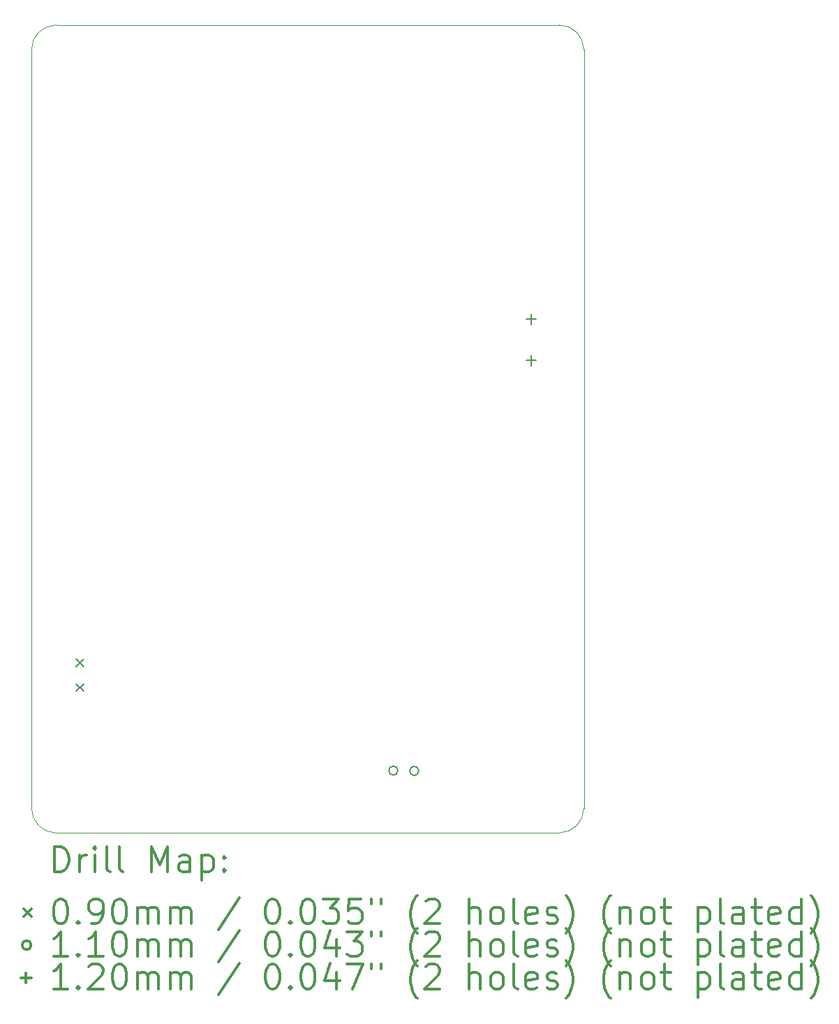
<source format=gbr>
%FSLAX45Y45*%
G04 Gerber Fmt 4.5, Leading zero omitted, Abs format (unit mm)*
G04 Created by KiCad (PCBNEW (5.1.9)-1) date 2021-01-16 15:24:34*
%MOMM*%
%LPD*%
G01*
G04 APERTURE LIST*
%TA.AperFunction,Profile*%
%ADD10C,0.100000*%
%TD*%
%ADD11C,0.200000*%
%ADD12C,0.300000*%
G04 APERTURE END LIST*
D10*
X6400000Y0D02*
G75*
G02*
X6700000Y-300000I0J-300000D01*
G01*
X300000Y-9800000D02*
G75*
G02*
X0Y-9500000I0J300000D01*
G01*
X300000Y-9800000D02*
X6400000Y-9800000D01*
X6700000Y-9500000D02*
X6700000Y-300000D01*
X6400000Y0D02*
X300000Y0D01*
X0Y-300000D02*
G75*
G02*
X300000Y0I300000J0D01*
G01*
X0Y-300000D02*
X0Y-9500000D01*
X6700000Y-9500000D02*
G75*
G02*
X6400000Y-9800000I-300000J0D01*
G01*
D11*
X540490Y-7693224D02*
X630490Y-7783224D01*
X630490Y-7693224D02*
X540490Y-7783224D01*
X540490Y-7993224D02*
X630490Y-8083224D01*
X630490Y-7993224D02*
X540490Y-8083224D01*
X4443000Y-9044000D02*
G75*
G03*
X4443000Y-9044000I-55000J0D01*
G01*
X4697000Y-9047700D02*
G75*
G03*
X4697000Y-9047700I-55000J0D01*
G01*
X6060000Y-3510000D02*
X6060000Y-3630000D01*
X6000000Y-3570000D02*
X6120000Y-3570000D01*
X6060000Y-4010000D02*
X6060000Y-4130000D01*
X6000000Y-4070000D02*
X6120000Y-4070000D01*
D12*
X281428Y-10270714D02*
X281428Y-9970714D01*
X352857Y-9970714D01*
X395714Y-9985000D01*
X424286Y-10013572D01*
X438571Y-10042143D01*
X452857Y-10099286D01*
X452857Y-10142143D01*
X438571Y-10199286D01*
X424286Y-10227857D01*
X395714Y-10256429D01*
X352857Y-10270714D01*
X281428Y-10270714D01*
X581428Y-10270714D02*
X581428Y-10070714D01*
X581428Y-10127857D02*
X595714Y-10099286D01*
X610000Y-10085000D01*
X638571Y-10070714D01*
X667143Y-10070714D01*
X767143Y-10270714D02*
X767143Y-10070714D01*
X767143Y-9970714D02*
X752857Y-9985000D01*
X767143Y-9999286D01*
X781428Y-9985000D01*
X767143Y-9970714D01*
X767143Y-9999286D01*
X952857Y-10270714D02*
X924286Y-10256429D01*
X910000Y-10227857D01*
X910000Y-9970714D01*
X1110000Y-10270714D02*
X1081428Y-10256429D01*
X1067143Y-10227857D01*
X1067143Y-9970714D01*
X1452857Y-10270714D02*
X1452857Y-9970714D01*
X1552857Y-10185000D01*
X1652857Y-9970714D01*
X1652857Y-10270714D01*
X1924286Y-10270714D02*
X1924286Y-10113572D01*
X1910000Y-10085000D01*
X1881428Y-10070714D01*
X1824286Y-10070714D01*
X1795714Y-10085000D01*
X1924286Y-10256429D02*
X1895714Y-10270714D01*
X1824286Y-10270714D01*
X1795714Y-10256429D01*
X1781428Y-10227857D01*
X1781428Y-10199286D01*
X1795714Y-10170714D01*
X1824286Y-10156429D01*
X1895714Y-10156429D01*
X1924286Y-10142143D01*
X2067143Y-10070714D02*
X2067143Y-10370714D01*
X2067143Y-10085000D02*
X2095714Y-10070714D01*
X2152857Y-10070714D01*
X2181428Y-10085000D01*
X2195714Y-10099286D01*
X2210000Y-10127857D01*
X2210000Y-10213572D01*
X2195714Y-10242143D01*
X2181428Y-10256429D01*
X2152857Y-10270714D01*
X2095714Y-10270714D01*
X2067143Y-10256429D01*
X2338571Y-10242143D02*
X2352857Y-10256429D01*
X2338571Y-10270714D01*
X2324286Y-10256429D01*
X2338571Y-10242143D01*
X2338571Y-10270714D01*
X2338571Y-10085000D02*
X2352857Y-10099286D01*
X2338571Y-10113572D01*
X2324286Y-10099286D01*
X2338571Y-10085000D01*
X2338571Y-10113572D01*
X-95000Y-10720000D02*
X-5000Y-10810000D01*
X-5000Y-10720000D02*
X-95000Y-10810000D01*
X338571Y-10600714D02*
X367143Y-10600714D01*
X395714Y-10615000D01*
X410000Y-10629286D01*
X424286Y-10657857D01*
X438571Y-10715000D01*
X438571Y-10786429D01*
X424286Y-10843572D01*
X410000Y-10872143D01*
X395714Y-10886429D01*
X367143Y-10900714D01*
X338571Y-10900714D01*
X310000Y-10886429D01*
X295714Y-10872143D01*
X281428Y-10843572D01*
X267143Y-10786429D01*
X267143Y-10715000D01*
X281428Y-10657857D01*
X295714Y-10629286D01*
X310000Y-10615000D01*
X338571Y-10600714D01*
X567143Y-10872143D02*
X581428Y-10886429D01*
X567143Y-10900714D01*
X552857Y-10886429D01*
X567143Y-10872143D01*
X567143Y-10900714D01*
X724286Y-10900714D02*
X781428Y-10900714D01*
X810000Y-10886429D01*
X824286Y-10872143D01*
X852857Y-10829286D01*
X867143Y-10772143D01*
X867143Y-10657857D01*
X852857Y-10629286D01*
X838571Y-10615000D01*
X810000Y-10600714D01*
X752857Y-10600714D01*
X724286Y-10615000D01*
X710000Y-10629286D01*
X695714Y-10657857D01*
X695714Y-10729286D01*
X710000Y-10757857D01*
X724286Y-10772143D01*
X752857Y-10786429D01*
X810000Y-10786429D01*
X838571Y-10772143D01*
X852857Y-10757857D01*
X867143Y-10729286D01*
X1052857Y-10600714D02*
X1081428Y-10600714D01*
X1110000Y-10615000D01*
X1124286Y-10629286D01*
X1138571Y-10657857D01*
X1152857Y-10715000D01*
X1152857Y-10786429D01*
X1138571Y-10843572D01*
X1124286Y-10872143D01*
X1110000Y-10886429D01*
X1081428Y-10900714D01*
X1052857Y-10900714D01*
X1024286Y-10886429D01*
X1010000Y-10872143D01*
X995714Y-10843572D01*
X981428Y-10786429D01*
X981428Y-10715000D01*
X995714Y-10657857D01*
X1010000Y-10629286D01*
X1024286Y-10615000D01*
X1052857Y-10600714D01*
X1281428Y-10900714D02*
X1281428Y-10700714D01*
X1281428Y-10729286D02*
X1295714Y-10715000D01*
X1324286Y-10700714D01*
X1367143Y-10700714D01*
X1395714Y-10715000D01*
X1410000Y-10743572D01*
X1410000Y-10900714D01*
X1410000Y-10743572D02*
X1424286Y-10715000D01*
X1452857Y-10700714D01*
X1495714Y-10700714D01*
X1524286Y-10715000D01*
X1538571Y-10743572D01*
X1538571Y-10900714D01*
X1681428Y-10900714D02*
X1681428Y-10700714D01*
X1681428Y-10729286D02*
X1695714Y-10715000D01*
X1724286Y-10700714D01*
X1767143Y-10700714D01*
X1795714Y-10715000D01*
X1810000Y-10743572D01*
X1810000Y-10900714D01*
X1810000Y-10743572D02*
X1824286Y-10715000D01*
X1852857Y-10700714D01*
X1895714Y-10700714D01*
X1924286Y-10715000D01*
X1938571Y-10743572D01*
X1938571Y-10900714D01*
X2524286Y-10586429D02*
X2267143Y-10972143D01*
X2910000Y-10600714D02*
X2938571Y-10600714D01*
X2967143Y-10615000D01*
X2981428Y-10629286D01*
X2995714Y-10657857D01*
X3010000Y-10715000D01*
X3010000Y-10786429D01*
X2995714Y-10843572D01*
X2981428Y-10872143D01*
X2967143Y-10886429D01*
X2938571Y-10900714D01*
X2910000Y-10900714D01*
X2881428Y-10886429D01*
X2867143Y-10872143D01*
X2852857Y-10843572D01*
X2838571Y-10786429D01*
X2838571Y-10715000D01*
X2852857Y-10657857D01*
X2867143Y-10629286D01*
X2881428Y-10615000D01*
X2910000Y-10600714D01*
X3138571Y-10872143D02*
X3152857Y-10886429D01*
X3138571Y-10900714D01*
X3124286Y-10886429D01*
X3138571Y-10872143D01*
X3138571Y-10900714D01*
X3338571Y-10600714D02*
X3367143Y-10600714D01*
X3395714Y-10615000D01*
X3410000Y-10629286D01*
X3424286Y-10657857D01*
X3438571Y-10715000D01*
X3438571Y-10786429D01*
X3424286Y-10843572D01*
X3410000Y-10872143D01*
X3395714Y-10886429D01*
X3367143Y-10900714D01*
X3338571Y-10900714D01*
X3310000Y-10886429D01*
X3295714Y-10872143D01*
X3281428Y-10843572D01*
X3267143Y-10786429D01*
X3267143Y-10715000D01*
X3281428Y-10657857D01*
X3295714Y-10629286D01*
X3310000Y-10615000D01*
X3338571Y-10600714D01*
X3538571Y-10600714D02*
X3724286Y-10600714D01*
X3624286Y-10715000D01*
X3667143Y-10715000D01*
X3695714Y-10729286D01*
X3710000Y-10743572D01*
X3724286Y-10772143D01*
X3724286Y-10843572D01*
X3710000Y-10872143D01*
X3695714Y-10886429D01*
X3667143Y-10900714D01*
X3581428Y-10900714D01*
X3552857Y-10886429D01*
X3538571Y-10872143D01*
X3995714Y-10600714D02*
X3852857Y-10600714D01*
X3838571Y-10743572D01*
X3852857Y-10729286D01*
X3881428Y-10715000D01*
X3952857Y-10715000D01*
X3981428Y-10729286D01*
X3995714Y-10743572D01*
X4010000Y-10772143D01*
X4010000Y-10843572D01*
X3995714Y-10872143D01*
X3981428Y-10886429D01*
X3952857Y-10900714D01*
X3881428Y-10900714D01*
X3852857Y-10886429D01*
X3838571Y-10872143D01*
X4124286Y-10600714D02*
X4124286Y-10657857D01*
X4238571Y-10600714D02*
X4238571Y-10657857D01*
X4681428Y-11015000D02*
X4667143Y-11000714D01*
X4638571Y-10957857D01*
X4624286Y-10929286D01*
X4610000Y-10886429D01*
X4595714Y-10815000D01*
X4595714Y-10757857D01*
X4610000Y-10686429D01*
X4624286Y-10643572D01*
X4638571Y-10615000D01*
X4667143Y-10572143D01*
X4681428Y-10557857D01*
X4781428Y-10629286D02*
X4795714Y-10615000D01*
X4824286Y-10600714D01*
X4895714Y-10600714D01*
X4924286Y-10615000D01*
X4938571Y-10629286D01*
X4952857Y-10657857D01*
X4952857Y-10686429D01*
X4938571Y-10729286D01*
X4767143Y-10900714D01*
X4952857Y-10900714D01*
X5310000Y-10900714D02*
X5310000Y-10600714D01*
X5438571Y-10900714D02*
X5438571Y-10743572D01*
X5424286Y-10715000D01*
X5395714Y-10700714D01*
X5352857Y-10700714D01*
X5324286Y-10715000D01*
X5310000Y-10729286D01*
X5624286Y-10900714D02*
X5595714Y-10886429D01*
X5581428Y-10872143D01*
X5567143Y-10843572D01*
X5567143Y-10757857D01*
X5581428Y-10729286D01*
X5595714Y-10715000D01*
X5624286Y-10700714D01*
X5667143Y-10700714D01*
X5695714Y-10715000D01*
X5710000Y-10729286D01*
X5724286Y-10757857D01*
X5724286Y-10843572D01*
X5710000Y-10872143D01*
X5695714Y-10886429D01*
X5667143Y-10900714D01*
X5624286Y-10900714D01*
X5895714Y-10900714D02*
X5867143Y-10886429D01*
X5852857Y-10857857D01*
X5852857Y-10600714D01*
X6124286Y-10886429D02*
X6095714Y-10900714D01*
X6038571Y-10900714D01*
X6010000Y-10886429D01*
X5995714Y-10857857D01*
X5995714Y-10743572D01*
X6010000Y-10715000D01*
X6038571Y-10700714D01*
X6095714Y-10700714D01*
X6124286Y-10715000D01*
X6138571Y-10743572D01*
X6138571Y-10772143D01*
X5995714Y-10800714D01*
X6252857Y-10886429D02*
X6281428Y-10900714D01*
X6338571Y-10900714D01*
X6367143Y-10886429D01*
X6381428Y-10857857D01*
X6381428Y-10843572D01*
X6367143Y-10815000D01*
X6338571Y-10800714D01*
X6295714Y-10800714D01*
X6267143Y-10786429D01*
X6252857Y-10757857D01*
X6252857Y-10743572D01*
X6267143Y-10715000D01*
X6295714Y-10700714D01*
X6338571Y-10700714D01*
X6367143Y-10715000D01*
X6481428Y-11015000D02*
X6495714Y-11000714D01*
X6524286Y-10957857D01*
X6538571Y-10929286D01*
X6552857Y-10886429D01*
X6567143Y-10815000D01*
X6567143Y-10757857D01*
X6552857Y-10686429D01*
X6538571Y-10643572D01*
X6524286Y-10615000D01*
X6495714Y-10572143D01*
X6481428Y-10557857D01*
X7024286Y-11015000D02*
X7010000Y-11000714D01*
X6981428Y-10957857D01*
X6967143Y-10929286D01*
X6952857Y-10886429D01*
X6938571Y-10815000D01*
X6938571Y-10757857D01*
X6952857Y-10686429D01*
X6967143Y-10643572D01*
X6981428Y-10615000D01*
X7010000Y-10572143D01*
X7024286Y-10557857D01*
X7138571Y-10700714D02*
X7138571Y-10900714D01*
X7138571Y-10729286D02*
X7152857Y-10715000D01*
X7181428Y-10700714D01*
X7224286Y-10700714D01*
X7252857Y-10715000D01*
X7267143Y-10743572D01*
X7267143Y-10900714D01*
X7452857Y-10900714D02*
X7424286Y-10886429D01*
X7410000Y-10872143D01*
X7395714Y-10843572D01*
X7395714Y-10757857D01*
X7410000Y-10729286D01*
X7424286Y-10715000D01*
X7452857Y-10700714D01*
X7495714Y-10700714D01*
X7524286Y-10715000D01*
X7538571Y-10729286D01*
X7552857Y-10757857D01*
X7552857Y-10843572D01*
X7538571Y-10872143D01*
X7524286Y-10886429D01*
X7495714Y-10900714D01*
X7452857Y-10900714D01*
X7638571Y-10700714D02*
X7752857Y-10700714D01*
X7681428Y-10600714D02*
X7681428Y-10857857D01*
X7695714Y-10886429D01*
X7724286Y-10900714D01*
X7752857Y-10900714D01*
X8081428Y-10700714D02*
X8081428Y-11000714D01*
X8081428Y-10715000D02*
X8110000Y-10700714D01*
X8167143Y-10700714D01*
X8195714Y-10715000D01*
X8210000Y-10729286D01*
X8224286Y-10757857D01*
X8224286Y-10843572D01*
X8210000Y-10872143D01*
X8195714Y-10886429D01*
X8167143Y-10900714D01*
X8110000Y-10900714D01*
X8081428Y-10886429D01*
X8395714Y-10900714D02*
X8367143Y-10886429D01*
X8352857Y-10857857D01*
X8352857Y-10600714D01*
X8638571Y-10900714D02*
X8638571Y-10743572D01*
X8624286Y-10715000D01*
X8595714Y-10700714D01*
X8538571Y-10700714D01*
X8510000Y-10715000D01*
X8638571Y-10886429D02*
X8610000Y-10900714D01*
X8538571Y-10900714D01*
X8510000Y-10886429D01*
X8495714Y-10857857D01*
X8495714Y-10829286D01*
X8510000Y-10800714D01*
X8538571Y-10786429D01*
X8610000Y-10786429D01*
X8638571Y-10772143D01*
X8738571Y-10700714D02*
X8852857Y-10700714D01*
X8781428Y-10600714D02*
X8781428Y-10857857D01*
X8795714Y-10886429D01*
X8824286Y-10900714D01*
X8852857Y-10900714D01*
X9067143Y-10886429D02*
X9038571Y-10900714D01*
X8981428Y-10900714D01*
X8952857Y-10886429D01*
X8938571Y-10857857D01*
X8938571Y-10743572D01*
X8952857Y-10715000D01*
X8981428Y-10700714D01*
X9038571Y-10700714D01*
X9067143Y-10715000D01*
X9081428Y-10743572D01*
X9081428Y-10772143D01*
X8938571Y-10800714D01*
X9338571Y-10900714D02*
X9338571Y-10600714D01*
X9338571Y-10886429D02*
X9310000Y-10900714D01*
X9252857Y-10900714D01*
X9224286Y-10886429D01*
X9210000Y-10872143D01*
X9195714Y-10843572D01*
X9195714Y-10757857D01*
X9210000Y-10729286D01*
X9224286Y-10715000D01*
X9252857Y-10700714D01*
X9310000Y-10700714D01*
X9338571Y-10715000D01*
X9452857Y-11015000D02*
X9467143Y-11000714D01*
X9495714Y-10957857D01*
X9510000Y-10929286D01*
X9524286Y-10886429D01*
X9538571Y-10815000D01*
X9538571Y-10757857D01*
X9524286Y-10686429D01*
X9510000Y-10643572D01*
X9495714Y-10615000D01*
X9467143Y-10572143D01*
X9452857Y-10557857D01*
X-5000Y-11161000D02*
G75*
G03*
X-5000Y-11161000I-55000J0D01*
G01*
X438571Y-11296714D02*
X267143Y-11296714D01*
X352857Y-11296714D02*
X352857Y-10996714D01*
X324286Y-11039572D01*
X295714Y-11068143D01*
X267143Y-11082429D01*
X567143Y-11268143D02*
X581428Y-11282429D01*
X567143Y-11296714D01*
X552857Y-11282429D01*
X567143Y-11268143D01*
X567143Y-11296714D01*
X867143Y-11296714D02*
X695714Y-11296714D01*
X781428Y-11296714D02*
X781428Y-10996714D01*
X752857Y-11039572D01*
X724286Y-11068143D01*
X695714Y-11082429D01*
X1052857Y-10996714D02*
X1081428Y-10996714D01*
X1110000Y-11011000D01*
X1124286Y-11025286D01*
X1138571Y-11053857D01*
X1152857Y-11111000D01*
X1152857Y-11182429D01*
X1138571Y-11239571D01*
X1124286Y-11268143D01*
X1110000Y-11282429D01*
X1081428Y-11296714D01*
X1052857Y-11296714D01*
X1024286Y-11282429D01*
X1010000Y-11268143D01*
X995714Y-11239571D01*
X981428Y-11182429D01*
X981428Y-11111000D01*
X995714Y-11053857D01*
X1010000Y-11025286D01*
X1024286Y-11011000D01*
X1052857Y-10996714D01*
X1281428Y-11296714D02*
X1281428Y-11096714D01*
X1281428Y-11125286D02*
X1295714Y-11111000D01*
X1324286Y-11096714D01*
X1367143Y-11096714D01*
X1395714Y-11111000D01*
X1410000Y-11139572D01*
X1410000Y-11296714D01*
X1410000Y-11139572D02*
X1424286Y-11111000D01*
X1452857Y-11096714D01*
X1495714Y-11096714D01*
X1524286Y-11111000D01*
X1538571Y-11139572D01*
X1538571Y-11296714D01*
X1681428Y-11296714D02*
X1681428Y-11096714D01*
X1681428Y-11125286D02*
X1695714Y-11111000D01*
X1724286Y-11096714D01*
X1767143Y-11096714D01*
X1795714Y-11111000D01*
X1810000Y-11139572D01*
X1810000Y-11296714D01*
X1810000Y-11139572D02*
X1824286Y-11111000D01*
X1852857Y-11096714D01*
X1895714Y-11096714D01*
X1924286Y-11111000D01*
X1938571Y-11139572D01*
X1938571Y-11296714D01*
X2524286Y-10982429D02*
X2267143Y-11368143D01*
X2910000Y-10996714D02*
X2938571Y-10996714D01*
X2967143Y-11011000D01*
X2981428Y-11025286D01*
X2995714Y-11053857D01*
X3010000Y-11111000D01*
X3010000Y-11182429D01*
X2995714Y-11239571D01*
X2981428Y-11268143D01*
X2967143Y-11282429D01*
X2938571Y-11296714D01*
X2910000Y-11296714D01*
X2881428Y-11282429D01*
X2867143Y-11268143D01*
X2852857Y-11239571D01*
X2838571Y-11182429D01*
X2838571Y-11111000D01*
X2852857Y-11053857D01*
X2867143Y-11025286D01*
X2881428Y-11011000D01*
X2910000Y-10996714D01*
X3138571Y-11268143D02*
X3152857Y-11282429D01*
X3138571Y-11296714D01*
X3124286Y-11282429D01*
X3138571Y-11268143D01*
X3138571Y-11296714D01*
X3338571Y-10996714D02*
X3367143Y-10996714D01*
X3395714Y-11011000D01*
X3410000Y-11025286D01*
X3424286Y-11053857D01*
X3438571Y-11111000D01*
X3438571Y-11182429D01*
X3424286Y-11239571D01*
X3410000Y-11268143D01*
X3395714Y-11282429D01*
X3367143Y-11296714D01*
X3338571Y-11296714D01*
X3310000Y-11282429D01*
X3295714Y-11268143D01*
X3281428Y-11239571D01*
X3267143Y-11182429D01*
X3267143Y-11111000D01*
X3281428Y-11053857D01*
X3295714Y-11025286D01*
X3310000Y-11011000D01*
X3338571Y-10996714D01*
X3695714Y-11096714D02*
X3695714Y-11296714D01*
X3624286Y-10982429D02*
X3552857Y-11196714D01*
X3738571Y-11196714D01*
X3824286Y-10996714D02*
X4010000Y-10996714D01*
X3910000Y-11111000D01*
X3952857Y-11111000D01*
X3981428Y-11125286D01*
X3995714Y-11139572D01*
X4010000Y-11168143D01*
X4010000Y-11239571D01*
X3995714Y-11268143D01*
X3981428Y-11282429D01*
X3952857Y-11296714D01*
X3867143Y-11296714D01*
X3838571Y-11282429D01*
X3824286Y-11268143D01*
X4124286Y-10996714D02*
X4124286Y-11053857D01*
X4238571Y-10996714D02*
X4238571Y-11053857D01*
X4681428Y-11411000D02*
X4667143Y-11396714D01*
X4638571Y-11353857D01*
X4624286Y-11325286D01*
X4610000Y-11282429D01*
X4595714Y-11211000D01*
X4595714Y-11153857D01*
X4610000Y-11082429D01*
X4624286Y-11039572D01*
X4638571Y-11011000D01*
X4667143Y-10968143D01*
X4681428Y-10953857D01*
X4781428Y-11025286D02*
X4795714Y-11011000D01*
X4824286Y-10996714D01*
X4895714Y-10996714D01*
X4924286Y-11011000D01*
X4938571Y-11025286D01*
X4952857Y-11053857D01*
X4952857Y-11082429D01*
X4938571Y-11125286D01*
X4767143Y-11296714D01*
X4952857Y-11296714D01*
X5310000Y-11296714D02*
X5310000Y-10996714D01*
X5438571Y-11296714D02*
X5438571Y-11139572D01*
X5424286Y-11111000D01*
X5395714Y-11096714D01*
X5352857Y-11096714D01*
X5324286Y-11111000D01*
X5310000Y-11125286D01*
X5624286Y-11296714D02*
X5595714Y-11282429D01*
X5581428Y-11268143D01*
X5567143Y-11239571D01*
X5567143Y-11153857D01*
X5581428Y-11125286D01*
X5595714Y-11111000D01*
X5624286Y-11096714D01*
X5667143Y-11096714D01*
X5695714Y-11111000D01*
X5710000Y-11125286D01*
X5724286Y-11153857D01*
X5724286Y-11239571D01*
X5710000Y-11268143D01*
X5695714Y-11282429D01*
X5667143Y-11296714D01*
X5624286Y-11296714D01*
X5895714Y-11296714D02*
X5867143Y-11282429D01*
X5852857Y-11253857D01*
X5852857Y-10996714D01*
X6124286Y-11282429D02*
X6095714Y-11296714D01*
X6038571Y-11296714D01*
X6010000Y-11282429D01*
X5995714Y-11253857D01*
X5995714Y-11139572D01*
X6010000Y-11111000D01*
X6038571Y-11096714D01*
X6095714Y-11096714D01*
X6124286Y-11111000D01*
X6138571Y-11139572D01*
X6138571Y-11168143D01*
X5995714Y-11196714D01*
X6252857Y-11282429D02*
X6281428Y-11296714D01*
X6338571Y-11296714D01*
X6367143Y-11282429D01*
X6381428Y-11253857D01*
X6381428Y-11239571D01*
X6367143Y-11211000D01*
X6338571Y-11196714D01*
X6295714Y-11196714D01*
X6267143Y-11182429D01*
X6252857Y-11153857D01*
X6252857Y-11139572D01*
X6267143Y-11111000D01*
X6295714Y-11096714D01*
X6338571Y-11096714D01*
X6367143Y-11111000D01*
X6481428Y-11411000D02*
X6495714Y-11396714D01*
X6524286Y-11353857D01*
X6538571Y-11325286D01*
X6552857Y-11282429D01*
X6567143Y-11211000D01*
X6567143Y-11153857D01*
X6552857Y-11082429D01*
X6538571Y-11039572D01*
X6524286Y-11011000D01*
X6495714Y-10968143D01*
X6481428Y-10953857D01*
X7024286Y-11411000D02*
X7010000Y-11396714D01*
X6981428Y-11353857D01*
X6967143Y-11325286D01*
X6952857Y-11282429D01*
X6938571Y-11211000D01*
X6938571Y-11153857D01*
X6952857Y-11082429D01*
X6967143Y-11039572D01*
X6981428Y-11011000D01*
X7010000Y-10968143D01*
X7024286Y-10953857D01*
X7138571Y-11096714D02*
X7138571Y-11296714D01*
X7138571Y-11125286D02*
X7152857Y-11111000D01*
X7181428Y-11096714D01*
X7224286Y-11096714D01*
X7252857Y-11111000D01*
X7267143Y-11139572D01*
X7267143Y-11296714D01*
X7452857Y-11296714D02*
X7424286Y-11282429D01*
X7410000Y-11268143D01*
X7395714Y-11239571D01*
X7395714Y-11153857D01*
X7410000Y-11125286D01*
X7424286Y-11111000D01*
X7452857Y-11096714D01*
X7495714Y-11096714D01*
X7524286Y-11111000D01*
X7538571Y-11125286D01*
X7552857Y-11153857D01*
X7552857Y-11239571D01*
X7538571Y-11268143D01*
X7524286Y-11282429D01*
X7495714Y-11296714D01*
X7452857Y-11296714D01*
X7638571Y-11096714D02*
X7752857Y-11096714D01*
X7681428Y-10996714D02*
X7681428Y-11253857D01*
X7695714Y-11282429D01*
X7724286Y-11296714D01*
X7752857Y-11296714D01*
X8081428Y-11096714D02*
X8081428Y-11396714D01*
X8081428Y-11111000D02*
X8110000Y-11096714D01*
X8167143Y-11096714D01*
X8195714Y-11111000D01*
X8210000Y-11125286D01*
X8224286Y-11153857D01*
X8224286Y-11239571D01*
X8210000Y-11268143D01*
X8195714Y-11282429D01*
X8167143Y-11296714D01*
X8110000Y-11296714D01*
X8081428Y-11282429D01*
X8395714Y-11296714D02*
X8367143Y-11282429D01*
X8352857Y-11253857D01*
X8352857Y-10996714D01*
X8638571Y-11296714D02*
X8638571Y-11139572D01*
X8624286Y-11111000D01*
X8595714Y-11096714D01*
X8538571Y-11096714D01*
X8510000Y-11111000D01*
X8638571Y-11282429D02*
X8610000Y-11296714D01*
X8538571Y-11296714D01*
X8510000Y-11282429D01*
X8495714Y-11253857D01*
X8495714Y-11225286D01*
X8510000Y-11196714D01*
X8538571Y-11182429D01*
X8610000Y-11182429D01*
X8638571Y-11168143D01*
X8738571Y-11096714D02*
X8852857Y-11096714D01*
X8781428Y-10996714D02*
X8781428Y-11253857D01*
X8795714Y-11282429D01*
X8824286Y-11296714D01*
X8852857Y-11296714D01*
X9067143Y-11282429D02*
X9038571Y-11296714D01*
X8981428Y-11296714D01*
X8952857Y-11282429D01*
X8938571Y-11253857D01*
X8938571Y-11139572D01*
X8952857Y-11111000D01*
X8981428Y-11096714D01*
X9038571Y-11096714D01*
X9067143Y-11111000D01*
X9081428Y-11139572D01*
X9081428Y-11168143D01*
X8938571Y-11196714D01*
X9338571Y-11296714D02*
X9338571Y-10996714D01*
X9338571Y-11282429D02*
X9310000Y-11296714D01*
X9252857Y-11296714D01*
X9224286Y-11282429D01*
X9210000Y-11268143D01*
X9195714Y-11239571D01*
X9195714Y-11153857D01*
X9210000Y-11125286D01*
X9224286Y-11111000D01*
X9252857Y-11096714D01*
X9310000Y-11096714D01*
X9338571Y-11111000D01*
X9452857Y-11411000D02*
X9467143Y-11396714D01*
X9495714Y-11353857D01*
X9510000Y-11325286D01*
X9524286Y-11282429D01*
X9538571Y-11211000D01*
X9538571Y-11153857D01*
X9524286Y-11082429D01*
X9510000Y-11039572D01*
X9495714Y-11011000D01*
X9467143Y-10968143D01*
X9452857Y-10953857D01*
X-65000Y-11497000D02*
X-65000Y-11617000D01*
X-125000Y-11557000D02*
X-5000Y-11557000D01*
X438571Y-11692714D02*
X267143Y-11692714D01*
X352857Y-11692714D02*
X352857Y-11392714D01*
X324286Y-11435571D01*
X295714Y-11464143D01*
X267143Y-11478429D01*
X567143Y-11664143D02*
X581428Y-11678429D01*
X567143Y-11692714D01*
X552857Y-11678429D01*
X567143Y-11664143D01*
X567143Y-11692714D01*
X695714Y-11421286D02*
X710000Y-11407000D01*
X738571Y-11392714D01*
X810000Y-11392714D01*
X838571Y-11407000D01*
X852857Y-11421286D01*
X867143Y-11449857D01*
X867143Y-11478429D01*
X852857Y-11521286D01*
X681428Y-11692714D01*
X867143Y-11692714D01*
X1052857Y-11392714D02*
X1081428Y-11392714D01*
X1110000Y-11407000D01*
X1124286Y-11421286D01*
X1138571Y-11449857D01*
X1152857Y-11507000D01*
X1152857Y-11578429D01*
X1138571Y-11635571D01*
X1124286Y-11664143D01*
X1110000Y-11678429D01*
X1081428Y-11692714D01*
X1052857Y-11692714D01*
X1024286Y-11678429D01*
X1010000Y-11664143D01*
X995714Y-11635571D01*
X981428Y-11578429D01*
X981428Y-11507000D01*
X995714Y-11449857D01*
X1010000Y-11421286D01*
X1024286Y-11407000D01*
X1052857Y-11392714D01*
X1281428Y-11692714D02*
X1281428Y-11492714D01*
X1281428Y-11521286D02*
X1295714Y-11507000D01*
X1324286Y-11492714D01*
X1367143Y-11492714D01*
X1395714Y-11507000D01*
X1410000Y-11535571D01*
X1410000Y-11692714D01*
X1410000Y-11535571D02*
X1424286Y-11507000D01*
X1452857Y-11492714D01*
X1495714Y-11492714D01*
X1524286Y-11507000D01*
X1538571Y-11535571D01*
X1538571Y-11692714D01*
X1681428Y-11692714D02*
X1681428Y-11492714D01*
X1681428Y-11521286D02*
X1695714Y-11507000D01*
X1724286Y-11492714D01*
X1767143Y-11492714D01*
X1795714Y-11507000D01*
X1810000Y-11535571D01*
X1810000Y-11692714D01*
X1810000Y-11535571D02*
X1824286Y-11507000D01*
X1852857Y-11492714D01*
X1895714Y-11492714D01*
X1924286Y-11507000D01*
X1938571Y-11535571D01*
X1938571Y-11692714D01*
X2524286Y-11378429D02*
X2267143Y-11764143D01*
X2910000Y-11392714D02*
X2938571Y-11392714D01*
X2967143Y-11407000D01*
X2981428Y-11421286D01*
X2995714Y-11449857D01*
X3010000Y-11507000D01*
X3010000Y-11578429D01*
X2995714Y-11635571D01*
X2981428Y-11664143D01*
X2967143Y-11678429D01*
X2938571Y-11692714D01*
X2910000Y-11692714D01*
X2881428Y-11678429D01*
X2867143Y-11664143D01*
X2852857Y-11635571D01*
X2838571Y-11578429D01*
X2838571Y-11507000D01*
X2852857Y-11449857D01*
X2867143Y-11421286D01*
X2881428Y-11407000D01*
X2910000Y-11392714D01*
X3138571Y-11664143D02*
X3152857Y-11678429D01*
X3138571Y-11692714D01*
X3124286Y-11678429D01*
X3138571Y-11664143D01*
X3138571Y-11692714D01*
X3338571Y-11392714D02*
X3367143Y-11392714D01*
X3395714Y-11407000D01*
X3410000Y-11421286D01*
X3424286Y-11449857D01*
X3438571Y-11507000D01*
X3438571Y-11578429D01*
X3424286Y-11635571D01*
X3410000Y-11664143D01*
X3395714Y-11678429D01*
X3367143Y-11692714D01*
X3338571Y-11692714D01*
X3310000Y-11678429D01*
X3295714Y-11664143D01*
X3281428Y-11635571D01*
X3267143Y-11578429D01*
X3267143Y-11507000D01*
X3281428Y-11449857D01*
X3295714Y-11421286D01*
X3310000Y-11407000D01*
X3338571Y-11392714D01*
X3695714Y-11492714D02*
X3695714Y-11692714D01*
X3624286Y-11378429D02*
X3552857Y-11592714D01*
X3738571Y-11592714D01*
X3824286Y-11392714D02*
X4024286Y-11392714D01*
X3895714Y-11692714D01*
X4124286Y-11392714D02*
X4124286Y-11449857D01*
X4238571Y-11392714D02*
X4238571Y-11449857D01*
X4681428Y-11807000D02*
X4667143Y-11792714D01*
X4638571Y-11749857D01*
X4624286Y-11721286D01*
X4610000Y-11678429D01*
X4595714Y-11607000D01*
X4595714Y-11549857D01*
X4610000Y-11478429D01*
X4624286Y-11435571D01*
X4638571Y-11407000D01*
X4667143Y-11364143D01*
X4681428Y-11349857D01*
X4781428Y-11421286D02*
X4795714Y-11407000D01*
X4824286Y-11392714D01*
X4895714Y-11392714D01*
X4924286Y-11407000D01*
X4938571Y-11421286D01*
X4952857Y-11449857D01*
X4952857Y-11478429D01*
X4938571Y-11521286D01*
X4767143Y-11692714D01*
X4952857Y-11692714D01*
X5310000Y-11692714D02*
X5310000Y-11392714D01*
X5438571Y-11692714D02*
X5438571Y-11535571D01*
X5424286Y-11507000D01*
X5395714Y-11492714D01*
X5352857Y-11492714D01*
X5324286Y-11507000D01*
X5310000Y-11521286D01*
X5624286Y-11692714D02*
X5595714Y-11678429D01*
X5581428Y-11664143D01*
X5567143Y-11635571D01*
X5567143Y-11549857D01*
X5581428Y-11521286D01*
X5595714Y-11507000D01*
X5624286Y-11492714D01*
X5667143Y-11492714D01*
X5695714Y-11507000D01*
X5710000Y-11521286D01*
X5724286Y-11549857D01*
X5724286Y-11635571D01*
X5710000Y-11664143D01*
X5695714Y-11678429D01*
X5667143Y-11692714D01*
X5624286Y-11692714D01*
X5895714Y-11692714D02*
X5867143Y-11678429D01*
X5852857Y-11649857D01*
X5852857Y-11392714D01*
X6124286Y-11678429D02*
X6095714Y-11692714D01*
X6038571Y-11692714D01*
X6010000Y-11678429D01*
X5995714Y-11649857D01*
X5995714Y-11535571D01*
X6010000Y-11507000D01*
X6038571Y-11492714D01*
X6095714Y-11492714D01*
X6124286Y-11507000D01*
X6138571Y-11535571D01*
X6138571Y-11564143D01*
X5995714Y-11592714D01*
X6252857Y-11678429D02*
X6281428Y-11692714D01*
X6338571Y-11692714D01*
X6367143Y-11678429D01*
X6381428Y-11649857D01*
X6381428Y-11635571D01*
X6367143Y-11607000D01*
X6338571Y-11592714D01*
X6295714Y-11592714D01*
X6267143Y-11578429D01*
X6252857Y-11549857D01*
X6252857Y-11535571D01*
X6267143Y-11507000D01*
X6295714Y-11492714D01*
X6338571Y-11492714D01*
X6367143Y-11507000D01*
X6481428Y-11807000D02*
X6495714Y-11792714D01*
X6524286Y-11749857D01*
X6538571Y-11721286D01*
X6552857Y-11678429D01*
X6567143Y-11607000D01*
X6567143Y-11549857D01*
X6552857Y-11478429D01*
X6538571Y-11435571D01*
X6524286Y-11407000D01*
X6495714Y-11364143D01*
X6481428Y-11349857D01*
X7024286Y-11807000D02*
X7010000Y-11792714D01*
X6981428Y-11749857D01*
X6967143Y-11721286D01*
X6952857Y-11678429D01*
X6938571Y-11607000D01*
X6938571Y-11549857D01*
X6952857Y-11478429D01*
X6967143Y-11435571D01*
X6981428Y-11407000D01*
X7010000Y-11364143D01*
X7024286Y-11349857D01*
X7138571Y-11492714D02*
X7138571Y-11692714D01*
X7138571Y-11521286D02*
X7152857Y-11507000D01*
X7181428Y-11492714D01*
X7224286Y-11492714D01*
X7252857Y-11507000D01*
X7267143Y-11535571D01*
X7267143Y-11692714D01*
X7452857Y-11692714D02*
X7424286Y-11678429D01*
X7410000Y-11664143D01*
X7395714Y-11635571D01*
X7395714Y-11549857D01*
X7410000Y-11521286D01*
X7424286Y-11507000D01*
X7452857Y-11492714D01*
X7495714Y-11492714D01*
X7524286Y-11507000D01*
X7538571Y-11521286D01*
X7552857Y-11549857D01*
X7552857Y-11635571D01*
X7538571Y-11664143D01*
X7524286Y-11678429D01*
X7495714Y-11692714D01*
X7452857Y-11692714D01*
X7638571Y-11492714D02*
X7752857Y-11492714D01*
X7681428Y-11392714D02*
X7681428Y-11649857D01*
X7695714Y-11678429D01*
X7724286Y-11692714D01*
X7752857Y-11692714D01*
X8081428Y-11492714D02*
X8081428Y-11792714D01*
X8081428Y-11507000D02*
X8110000Y-11492714D01*
X8167143Y-11492714D01*
X8195714Y-11507000D01*
X8210000Y-11521286D01*
X8224286Y-11549857D01*
X8224286Y-11635571D01*
X8210000Y-11664143D01*
X8195714Y-11678429D01*
X8167143Y-11692714D01*
X8110000Y-11692714D01*
X8081428Y-11678429D01*
X8395714Y-11692714D02*
X8367143Y-11678429D01*
X8352857Y-11649857D01*
X8352857Y-11392714D01*
X8638571Y-11692714D02*
X8638571Y-11535571D01*
X8624286Y-11507000D01*
X8595714Y-11492714D01*
X8538571Y-11492714D01*
X8510000Y-11507000D01*
X8638571Y-11678429D02*
X8610000Y-11692714D01*
X8538571Y-11692714D01*
X8510000Y-11678429D01*
X8495714Y-11649857D01*
X8495714Y-11621286D01*
X8510000Y-11592714D01*
X8538571Y-11578429D01*
X8610000Y-11578429D01*
X8638571Y-11564143D01*
X8738571Y-11492714D02*
X8852857Y-11492714D01*
X8781428Y-11392714D02*
X8781428Y-11649857D01*
X8795714Y-11678429D01*
X8824286Y-11692714D01*
X8852857Y-11692714D01*
X9067143Y-11678429D02*
X9038571Y-11692714D01*
X8981428Y-11692714D01*
X8952857Y-11678429D01*
X8938571Y-11649857D01*
X8938571Y-11535571D01*
X8952857Y-11507000D01*
X8981428Y-11492714D01*
X9038571Y-11492714D01*
X9067143Y-11507000D01*
X9081428Y-11535571D01*
X9081428Y-11564143D01*
X8938571Y-11592714D01*
X9338571Y-11692714D02*
X9338571Y-11392714D01*
X9338571Y-11678429D02*
X9310000Y-11692714D01*
X9252857Y-11692714D01*
X9224286Y-11678429D01*
X9210000Y-11664143D01*
X9195714Y-11635571D01*
X9195714Y-11549857D01*
X9210000Y-11521286D01*
X9224286Y-11507000D01*
X9252857Y-11492714D01*
X9310000Y-11492714D01*
X9338571Y-11507000D01*
X9452857Y-11807000D02*
X9467143Y-11792714D01*
X9495714Y-11749857D01*
X9510000Y-11721286D01*
X9524286Y-11678429D01*
X9538571Y-11607000D01*
X9538571Y-11549857D01*
X9524286Y-11478429D01*
X9510000Y-11435571D01*
X9495714Y-11407000D01*
X9467143Y-11364143D01*
X9452857Y-11349857D01*
M02*

</source>
